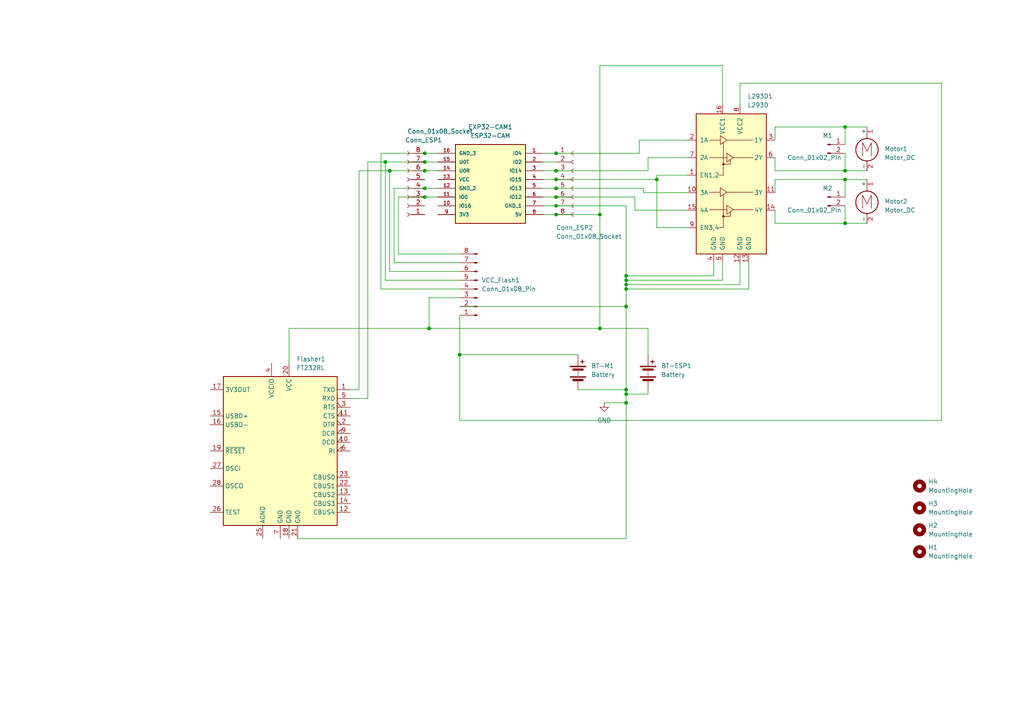
<source format=kicad_sch>
(kicad_sch (version 20230121) (generator eeschema)
  (paper "A4")
  (lib_symbols
    (symbol "Connector:Conn_01x02_Pin" (pin_names (offset 1.016) hide)
      (property "Reference" "J" (at 0 2.54 0))
      (property "Value" "Conn_01x02_Pin" (at 0 -5.08 0))
      (symbol "Conn_01x02_Pin_1_1"
        (polyline (pts (xy 1.27 -2.54) (xy 0.8636 -2.54)) (stroke (width 0.1524)))
        (polyline (pts (xy 1.27 0) (xy 0.8636 0)) (stroke (width 0.1524)))
        (rectangle (start 0.8636 -2.413) (end 0 -2.667) (stroke (width 0.1524)) (fill (type outline)))
        (rectangle (start 0.8636 0.127) (end 0 -0.127) (stroke (width 0.1524)) (fill (type outline)))
        (pin passive line (at 5.08 0 180) (length 3.81) (name "Pin_1") (number "1"))
        (pin passive line (at 5.08 -2.54 180) (length 3.81) (name "Pin_2") (number "2"))
      )
    )
    (symbol "Connector:Conn_01x08_Pin" (pin_names (offset 1.016) hide)
      (property "Reference" "J" (at 0 10.16 0))
      (property "Value" "Conn_01x08_Pin" (at 0 -12.7 0))
      (symbol "Conn_01x08_Pin_1_1"
        (polyline (pts (xy 1.27 -10.16) (xy 0.8636 -10.16)) (stroke (width 0.1524)))
        (polyline (pts (xy 1.27 -7.62) (xy 0.8636 -7.62)) (stroke (width 0.1524)))
        (polyline (pts (xy 1.27 -5.08) (xy 0.8636 -5.08)) (stroke (width 0.1524)))
        (polyline (pts (xy 1.27 -2.54) (xy 0.8636 -2.54)) (stroke (width 0.1524)))
        (polyline (pts (xy 1.27 0) (xy 0.8636 0)) (stroke (width 0.1524)))
        (polyline (pts (xy 1.27 2.54) (xy 0.8636 2.54)) (stroke (width 0.1524)))
        (polyline (pts (xy 1.27 5.08) (xy 0.8636 5.08)) (stroke (width 0.1524)))
        (polyline (pts (xy 1.27 7.62) (xy 0.8636 7.62)) (stroke (width 0.1524)))
        (rectangle (start 0.8636 -10.033) (end 0 -10.287) (stroke (width 0.1524)) (fill (type outline)))
        (rectangle (start 0.8636 -7.493) (end 0 -7.747) (stroke (width 0.1524)) (fill (type outline)))
        (rectangle (start 0.8636 -4.953) (end 0 -5.207) (stroke (width 0.1524)) (fill (type outline)))
        (rectangle (start 0.8636 -2.413) (end 0 -2.667) (stroke (width 0.1524)) (fill (type outline)))
        (rectangle (start 0.8636 0.127) (end 0 -0.127) (stroke (width 0.1524)) (fill (type outline)))
        (rectangle (start 0.8636 2.667) (end 0 2.413) (stroke (width 0.1524)) (fill (type outline)))
        (rectangle (start 0.8636 5.207) (end 0 4.953) (stroke (width 0.1524)) (fill (type outline)))
        (rectangle (start 0.8636 7.747) (end 0 7.493) (stroke (width 0.1524)) (fill (type outline)))
        (pin passive line (at 5.08 7.62 180) (length 3.81) (name "Pin_1") (number "1"))
        (pin passive line (at 5.08 5.08 180) (length 3.81) (name "Pin_2") (number "2"))
        (pin passive line (at 5.08 2.54 180) (length 3.81) (name "Pin_3") (number "3"))
        (pin passive line (at 5.08 0 180) (length 3.81) (name "Pin_4") (number "4"))
        (pin passive line (at 5.08 -2.54 180) (length 3.81) (name "Pin_5") (number "5"))
        (pin passive line (at 5.08 -5.08 180) (length 3.81) (name "Pin_6") (number "6"))
        (pin passive line (at 5.08 -7.62 180) (length 3.81) (name "Pin_7") (number "7"))
        (pin passive line (at 5.08 -10.16 180) (length 3.81) (name "Pin_8") (number "8"))
      )
    )
    (symbol "Connector:Conn_01x08_Socket" (pin_names (offset 1.016) hide)
      (property "Reference" "J" (at 0 10.16 0))
      (property "Value" "Conn_01x08_Socket" (at 0 -12.7 0))
      (symbol "Conn_01x08_Socket_1_1"
        (arc (start 0 -9.652) (mid -0.5058 -10.16) (end 0 -10.668) (stroke (width 0.1524)))
        (arc (start 0 -7.112) (mid -0.5058 -7.62) (end 0 -8.128) (stroke (width 0.1524)))
        (arc (start 0 -4.572) (mid -0.5058 -5.08) (end 0 -5.588) (stroke (width 0.1524)))
        (arc (start 0 -2.032) (mid -0.5058 -2.54) (end 0 -3.048) (stroke (width 0.1524)))
        (polyline (pts (xy -1.27 -10.16) (xy -0.508 -10.16)) (stroke (width 0.1524)))
        (polyline (pts (xy -1.27 -7.62) (xy -0.508 -7.62)) (stroke (width 0.1524)))
        (polyline (pts (xy -1.27 -5.08) (xy -0.508 -5.08)) (stroke (width 0.1524)))
        (polyline (pts (xy -1.27 -2.54) (xy -0.508 -2.54)) (stroke (width 0.1524)))
        (polyline (pts (xy -1.27 0) (xy -0.508 0)) (stroke (width 0.1524)))
        (polyline (pts (xy -1.27 2.54) (xy -0.508 2.54)) (stroke (width 0.1524)))
        (polyline (pts (xy -1.27 5.08) (xy -0.508 5.08)) (stroke (width 0.1524)))
        (polyline (pts (xy -1.27 7.62) (xy -0.508 7.62)) (stroke (width 0.1524)))
        (arc (start 0 0.508) (mid -0.5058 0) (end 0 -0.508) (stroke (width 0.1524)))
        (arc (start 0 3.048) (mid -0.5058 2.54) (end 0 2.032) (stroke (width 0.1524)))
        (arc (start 0 5.588) (mid -0.5058 5.08) (end 0 4.572) (stroke (width 0.1524)))
        (arc (start 0 8.128) (mid -0.5058 7.62) (end 0 7.112) (stroke (width 0.1524)))
        (pin passive line (at -5.08 7.62 0) (length 3.81) (name "Pin_1") (number "1"))
        (pin passive line (at -5.08 5.08 0) (length 3.81) (name "Pin_2") (number "2"))
        (pin passive line (at -5.08 2.54 0) (length 3.81) (name "Pin_3") (number "3"))
        (pin passive line (at -5.08 0 0) (length 3.81) (name "Pin_4") (number "4"))
        (pin passive line (at -5.08 -2.54 0) (length 3.81) (name "Pin_5") (number "5"))
        (pin passive line (at -5.08 -5.08 0) (length 3.81) (name "Pin_6") (number "6"))
        (pin passive line (at -5.08 -7.62 0) (length 3.81) (name "Pin_7") (number "7"))
        (pin passive line (at -5.08 -10.16 0) (length 3.81) (name "Pin_8") (number "8"))
      )
    )
    (symbol "Device:Battery" (pin_numbers hide) (pin_names (offset 0) hide)
      (property "Reference" "BT" (at 2.54 2.54 0))
      (property "Value" "Battery" (at 2.54 0 0))
      (symbol "Battery_0_1"
        (rectangle (start -2.286 -1.27) (end 2.286 -1.524) (fill (type outline)))
        (rectangle (start -2.286 1.778) (end 2.286 1.524) (fill (type outline)))
        (rectangle (start -1.524 -2.032) (end 1.524 -2.54) (fill (type outline)))
        (rectangle (start -1.524 1.016) (end 1.524 0.508) (fill (type outline)))
        (polyline (pts (xy 0 -1.016) (xy 0 -0.762)))
        (polyline (pts (xy 0 -0.508) (xy 0 -0.254)))
        (polyline (pts (xy 0 0) (xy 0 0.254)))
        (polyline (pts (xy 0 1.778) (xy 0 2.54)))
        (polyline (pts (xy 0.762 3.048) (xy 1.778 3.048)) (stroke (width 0.254)))
        (polyline (pts (xy 1.27 3.556) (xy 1.27 2.54)) (stroke (width 0.254)))
      )
      (symbol "Battery_1_1"
        (pin passive line (at 0 5.08 270) (length 2.54) (name "+") (number "1"))
        (pin passive line (at 0 -5.08 90) (length 2.54) (name "-") (number "2"))
      )
    )
    (symbol "Driver_Motor:L293D" (pin_names (offset 1.016))
      (property "Reference" "U" (at -5.08 26.035 0))
      (property "Value" "L293D" (at -5.08 24.13 0))
      (symbol "L293D_0_1"
        (rectangle (start -10.16 22.86) (end 10.16 -17.78) (stroke (width 0.254)) (fill (type background)))
        (circle (center -2.286 -6.858) (radius 0.254) (fill (type outline)))
        (circle (center -2.286 8.255) (radius 0.254) (fill (type outline)))
        (polyline (pts (xy -6.35 -4.953) (xy -1.27 -4.953)))
        (polyline (pts (xy -6.35 0.127) (xy -3.175 0.127)))
        (polyline (pts (xy -6.35 10.16) (xy -1.27 10.16)))
        (polyline (pts (xy -6.35 15.24) (xy -3.175 15.24)))
        (polyline (pts (xy -1.27 0.127) (xy 6.35 0.127)))
        (polyline (pts (xy -1.27 15.24) (xy 6.35 15.24)))
        (polyline (pts (xy 0.635 -4.953) (xy 6.35 -4.953)))
        (polyline (pts (xy 0.635 10.16) (xy 6.35 10.16)))
        (polyline (pts (xy -2.286 -6.858) (xy -0.254 -6.858) (xy -0.254 -5.588)))
        (polyline (pts (xy -2.286 -0.635) (xy -2.286 -10.16) (xy -3.556 -10.16)))
        (polyline (pts (xy -2.286 8.255) (xy -0.254 8.255) (xy -0.254 9.525)))
        (polyline (pts (xy -2.286 14.478) (xy -2.286 5.08) (xy -3.556 5.08)))
        (polyline (pts (xy -3.175 1.397) (xy -3.175 -1.143) (xy -1.27 0.127) (xy -3.175 1.397)))
        (polyline (pts (xy -3.175 16.51) (xy -3.175 13.97) (xy -1.27 15.24) (xy -3.175 16.51)))
        (polyline (pts (xy -1.27 -3.683) (xy -1.27 -6.223) (xy 0.635 -4.953) (xy -1.27 -3.683)))
        (polyline (pts (xy -1.27 11.43) (xy -1.27 8.89) (xy 0.635 10.16) (xy -1.27 11.43)))
      )
      (symbol "L293D_1_1"
        (pin input line (at -12.7 5.08 0) (length 2.54) (name "EN1,2") (number "1"))
        (pin input line (at -12.7 0 0) (length 2.54) (name "3A") (number "10"))
        (pin output line (at 12.7 0 180) (length 2.54) (name "3Y") (number "11"))
        (pin power_in line (at 2.54 -20.32 90) (length 2.54) (name "GND") (number "12"))
        (pin power_in line (at 5.08 -20.32 90) (length 2.54) (name "GND") (number "13"))
        (pin output line (at 12.7 -5.08 180) (length 2.54) (name "4Y") (number "14"))
        (pin input line (at -12.7 -5.08 0) (length 2.54) (name "4A") (number "15"))
        (pin power_in line (at -2.54 25.4 270) (length 2.54) (name "VCC1") (number "16"))
        (pin input line (at -12.7 15.24 0) (length 2.54) (name "1A") (number "2"))
        (pin output line (at 12.7 15.24 180) (length 2.54) (name "1Y") (number "3"))
        (pin power_in line (at -5.08 -20.32 90) (length 2.54) (name "GND") (number "4"))
        (pin power_in line (at -2.54 -20.32 90) (length 2.54) (name "GND") (number "5"))
        (pin output line (at 12.7 10.16 180) (length 2.54) (name "2Y") (number "6"))
        (pin input line (at -12.7 10.16 0) (length 2.54) (name "2A") (number "7"))
        (pin power_in line (at 2.54 25.4 270) (length 2.54) (name "VCC2") (number "8"))
        (pin input line (at -12.7 -10.16 0) (length 2.54) (name "EN3,4") (number "9"))
      )
    )
    (symbol "Interface_USB:FT232RL"
      (property "Reference" "U" (at -16.51 22.86 0))
      (property "Value" "FT232RL" (at 10.16 22.86 0))
      (symbol "FT232RL_0_1"
        (rectangle (start -16.51 21.59) (end 16.51 -21.59) (stroke (width 0.254)) (fill (type background)))
      )
      (symbol "FT232RL_1_1"
        (pin output line (at 20.32 17.78 180) (length 3.81) (name "TXD") (number "1"))
        (pin input input_low (at 20.32 2.54 180) (length 3.81) (name "DCD") (number "10"))
        (pin input input_low (at 20.32 10.16 180) (length 3.81) (name "CTS") (number "11"))
        (pin bidirectional line (at 20.32 -17.78 180) (length 3.81) (name "CBUS4") (number "12"))
        (pin bidirectional line (at 20.32 -12.7 180) (length 3.81) (name "CBUS2") (number "13"))
        (pin bidirectional line (at 20.32 -15.24 180) (length 3.81) (name "CBUS3") (number "14"))
        (pin bidirectional line (at -20.32 10.16 0) (length 3.81) (name "USBD+") (number "15"))
        (pin bidirectional line (at -20.32 7.62 0) (length 3.81) (name "USBD-") (number "16"))
        (pin power_out line (at -20.32 17.78 0) (length 3.81) (name "3V3OUT") (number "17"))
        (pin power_in line (at 2.54 -25.4 90) (length 3.81) (name "GND") (number "18"))
        (pin input line (at -20.32 0 0) (length 3.81) (name "~{RESET}") (number "19"))
        (pin output output_low (at 20.32 7.62 180) (length 3.81) (name "DTR") (number "2"))
        (pin power_in line (at 2.54 25.4 270) (length 3.81) (name "VCC") (number "20"))
        (pin power_in line (at 5.08 -25.4 90) (length 3.81) (name "GND") (number "21"))
        (pin bidirectional line (at 20.32 -10.16 180) (length 3.81) (name "CBUS1") (number "22"))
        (pin bidirectional line (at 20.32 -7.62 180) (length 3.81) (name "CBUS0") (number "23"))
        (pin power_in line (at -5.08 -25.4 90) (length 3.81) (name "AGND") (number "25"))
        (pin input line (at -20.32 -17.78 0) (length 3.81) (name "TEST") (number "26"))
        (pin input line (at -20.32 -5.08 0) (length 3.81) (name "OSCI") (number "27"))
        (pin output line (at -20.32 -10.16 0) (length 3.81) (name "OSCO") (number "28"))
        (pin output output_low (at 20.32 12.7 180) (length 3.81) (name "RTS") (number "3"))
        (pin power_in line (at -2.54 25.4 270) (length 3.81) (name "VCCIO") (number "4"))
        (pin input line (at 20.32 15.24 180) (length 3.81) (name "RXD") (number "5"))
        (pin input input_low (at 20.32 0 180) (length 3.81) (name "RI") (number "6"))
        (pin power_in line (at 0 -25.4 90) (length 3.81) (name "GND") (number "7"))
        (pin input input_low (at 20.32 5.08 180) (length 3.81) (name "DCR") (number "9"))
      )
    )
    (symbol "Mechanical:MountingHole" (pin_names (offset 1.016))
      (property "Reference" "H" (at 0 5.08 0))
      (property "Value" "MountingHole" (at 0 3.175 0))
      (symbol "MountingHole_0_1"
        (circle (center 0 0) (radius 1.27) (stroke (width 1.27)))
      )
    )
    (symbol "Motor:Motor_DC" (pin_names (offset 0))
      (property "Reference" "M" (at 2.54 2.54 0))
      (property "Value" "Motor_DC" (at 2.54 -5.08 0))
      (symbol "Motor_DC_0_0"
        (polyline (pts (xy -1.27 -3.302) (xy -1.27 0.508) (xy 0 -2.032) (xy 1.27 0.508) (xy 1.27 -3.302)))
      )
      (symbol "Motor_DC_0_1"
        (circle (center 0 -1.524) (radius 3.2512) (stroke (width 0.254)))
        (polyline (pts (xy 0 -7.62) (xy 0 -7.112)))
        (polyline (pts (xy 0 -4.7752) (xy 0 -5.1816)))
        (polyline (pts (xy 0 1.7272) (xy 0 2.0828)))
        (polyline (pts (xy 0 2.032) (xy 0 2.54)))
      )
      (symbol "Motor_DC_1_1"
        (pin passive line (at 0 5.08 270) (length 2.54) (name "+") (number "1"))
        (pin passive line (at 0 -7.62 90) (length 2.54) (name "-") (number "2"))
      )
    )
    (symbol "esp32-cam:ESP32-CAM" (pin_names (offset 1.016))
      (property "Reference" "U" (at 26.67 7.62 0))
      (property "Value" "ESP32-CAM" (at 26.67 5.08 0))
      (symbol "ESP32-CAM_0_0"
        (rectangle (start 5.08 -20.32) (end 25.4 2.54) (stroke (width 0.254)) (fill (type background)))
        (pin bidirectional line (at 0 -17.78 0) (length 5.08) (name "IO4") (number "1"))
        (pin bidirectional line (at 30.48 -2.54 180) (length 5.08) (name "IO16") (number "10"))
        (pin bidirectional line (at 30.48 -5.08 180) (length 5.08) (name "IO0") (number "11"))
        (pin bidirectional line (at 30.48 -7.62 180) (length 5.08) (name "GND_2") (number "12"))
        (pin bidirectional line (at 30.48 -10.16 180) (length 5.08) (name "VCC") (number "13"))
        (pin bidirectional line (at 30.48 -12.7 180) (length 5.08) (name "U0R") (number "14"))
        (pin bidirectional line (at 30.48 -15.24 180) (length 5.08) (name "U0T") (number "15"))
        (pin bidirectional line (at 30.48 -17.78 180) (length 5.08) (name "GND_3") (number "16"))
        (pin bidirectional line (at 0 -15.24 0) (length 5.08) (name "IO2") (number "2"))
        (pin bidirectional line (at 0 -12.7 0) (length 5.08) (name "IO14") (number "3"))
        (pin bidirectional line (at 0 -10.16 0) (length 5.08) (name "IO15") (number "4"))
        (pin bidirectional line (at 0 -7.62 0) (length 5.08) (name "IO13") (number "5"))
        (pin bidirectional line (at 0 -5.08 0) (length 5.08) (name "IO12") (number "6"))
        (pin bidirectional line (at 0 -2.54 0) (length 5.08) (name "GND_1") (number "7"))
        (pin bidirectional line (at 0 0 0) (length 5.08) (name "5V") (number "8"))
        (pin bidirectional line (at 30.48 0 180) (length 5.08) (name "3V3") (number "9"))
      )
    )
    (symbol "power:GND" (power) (pin_names (offset 0))
      (property "Value" "GND" (at 0 -3.81 0))
      (symbol "GND_0_1"
        (polyline (pts (xy 0 0) (xy 0 -1.27) (xy 1.27 -1.27) (xy 0 -2.54) (xy -1.27 -1.27) (xy 0 -1.27)))
      )
      (symbol "GND_1_1"
        (pin power_in line (at 0 0 270) (length 0) hide (name "GND") (number "1"))
      )
    )
  )
  (junction (at 161.29 62.23))
  (junction (at 133.35 102.87))
  (junction (at 161.29 52.07))
  (junction (at 123.19 49.53))
  (junction (at 161.29 59.69))
  (junction (at 161.29 57.15))
  (junction (at 173.99 62.23))
  (junction (at 181.61 81.28))
  (junction (at 123.19 44.45))
  (junction (at 123.19 54.61))
  (junction (at 181.61 113.03))
  (junction (at 111.76 46.99))
  (junction (at 161.29 44.45))
  (junction (at 181.61 83.82))
  (junction (at 124.46 95.25))
  (junction (at 245.11 49.53))
  (junction (at 181.61 82.55))
  (junction (at 173.99 95.25))
  (junction (at 181.61 88.9))
  (junction (at 245.11 64.77))
  (junction (at 181.61 116.84))
  (junction (at 181.61 80.01))
  (junction (at 245.11 36.83))
  (junction (at 161.29 54.61))
  (junction (at 245.11 52.07))
  (junction (at 161.29 49.53))
  (junction (at 181.61 114.3))
  (junction (at 113.03 49.53))
  (junction (at 123.19 46.99))
  (junction (at 190.5 52.07))
  (junction (at 123.19 57.15))
  (wire (pts (xy 181.61 113.03) (xy 181.61 114.3)))
  (wire (pts (xy 185.42 40.64) (xy 199.39 40.64)))
  (wire (pts (xy 181.61 88.9) (xy 181.61 113.03)))
  (wire (pts (xy 161.29 54.61) (xy 186.69 54.61)))
  (wire (pts (xy 115.57 57.15) (xy 123.19 57.15)))
  (wire (pts (xy 245.11 49.53) (xy 251.46 49.53)))
  (wire (pts (xy 161.29 62.23) (xy 173.99 62.23)))
  (wire (pts (xy 181.61 82.55) (xy 181.61 83.82)))
  (wire (pts (xy 224.79 49.53) (xy 245.11 49.53)))
  (wire (pts (xy 157.48 57.15) (xy 161.29 57.15)))
  (wire (pts (xy 157.48 54.61) (xy 161.29 54.61)))
  (wire (pts (xy 157.48 44.45) (xy 161.29 44.45)))
  (wire (pts (xy 187.96 95.25) (xy 173.99 95.25)))
  (wire (pts (xy 111.76 81.28) (xy 111.76 46.99)))
  (wire (pts (xy 187.96 95.25) (xy 187.96 102.87)))
  (wire (pts (xy 224.79 52.07) (xy 245.11 52.07)))
  (wire (pts (xy 190.5 66.04) (xy 190.5 52.07)))
  (wire (pts (xy 123.19 54.61) (xy 127 54.61)))
  (wire (pts (xy 214.63 76.2) (xy 214.63 82.55)))
  (wire (pts (xy 123.19 44.45) (xy 127 44.45)))
  (wire (pts (xy 161.29 57.15) (xy 184.15 57.15)))
  (wire (pts (xy 111.76 46.99) (xy 123.19 46.99)))
  (wire (pts (xy 209.55 81.28) (xy 181.61 81.28)))
  (wire (pts (xy 133.35 86.36) (xy 124.46 86.36)))
  (wire (pts (xy 245.11 52.07) (xy 251.46 52.07)))
  (wire (pts (xy 245.11 64.77) (xy 251.46 64.77)))
  (wire (pts (xy 110.49 44.45) (xy 123.19 44.45)))
  (wire (pts (xy 190.5 50.8) (xy 199.39 50.8)))
  (wire (pts (xy 83.82 105.41) (xy 83.82 95.25)))
  (wire (pts (xy 245.11 36.83) (xy 251.46 36.83)))
  (wire (pts (xy 187.96 45.72) (xy 199.39 45.72)))
  (wire (pts (xy 133.35 88.9) (xy 181.61 88.9)))
  (wire (pts (xy 273.05 24.13) (xy 273.05 121.92)))
  (wire (pts (xy 113.03 49.53) (xy 123.19 49.53)))
  (wire (pts (xy 245.11 52.07) (xy 245.11 57.15)))
  (wire (pts (xy 209.55 30.48) (xy 209.55 19.05)))
  (wire (pts (xy 224.79 64.77) (xy 245.11 64.77)))
  (wire (pts (xy 181.61 80.01) (xy 181.61 81.28)))
  (wire (pts (xy 123.19 46.99) (xy 127 46.99)))
  (wire (pts (xy 161.29 59.69) (xy 181.61 59.69)))
  (wire (pts (xy 167.64 113.03) (xy 181.61 113.03)))
  (wire (pts (xy 224.79 36.83) (xy 245.11 36.83)))
  (wire (pts (xy 173.99 19.05) (xy 173.99 62.23)))
  (wire (pts (xy 161.29 52.07) (xy 190.5 52.07)))
  (wire (pts (xy 104.14 49.53) (xy 113.03 49.53)))
  (wire (pts (xy 133.35 81.28) (xy 111.76 81.28)))
  (wire (pts (xy 187.96 49.53) (xy 161.29 49.53)))
  (wire (pts (xy 106.68 115.57) (xy 106.68 46.99)))
  (wire (pts (xy 157.48 62.23) (xy 161.29 62.23)))
  (wire (pts (xy 101.6 115.57) (xy 106.68 115.57)))
  (wire (pts (xy 186.69 54.61) (xy 186.69 55.88)))
  (wire (pts (xy 114.3 54.61) (xy 123.19 54.61)))
  (wire (pts (xy 157.48 52.07) (xy 161.29 52.07)))
  (wire (pts (xy 133.35 102.87) (xy 133.35 121.92)))
  (wire (pts (xy 217.17 76.2) (xy 217.17 83.82)))
  (wire (pts (xy 133.35 121.92) (xy 273.05 121.92)))
  (wire (pts (xy 157.48 49.53) (xy 161.29 49.53)))
  (wire (pts (xy 224.79 60.96) (xy 224.79 64.77)))
  (wire (pts (xy 115.57 73.66) (xy 115.57 57.15)))
  (wire (pts (xy 83.82 95.25) (xy 124.46 95.25)))
  (wire (pts (xy 214.63 24.13) (xy 273.05 24.13)))
  (wire (pts (xy 133.35 91.44) (xy 133.35 102.87)))
  (wire (pts (xy 207.01 76.2) (xy 207.01 80.01)))
  (wire (pts (xy 133.35 102.87) (xy 167.64 102.87)))
  (wire (pts (xy 224.79 40.64) (xy 224.79 36.83)))
  (wire (pts (xy 207.01 80.01) (xy 181.61 80.01)))
  (wire (pts (xy 209.55 76.2) (xy 209.55 81.28)))
  (wire (pts (xy 133.35 83.82) (xy 110.49 83.82)))
  (wire (pts (xy 181.61 81.28) (xy 181.61 82.55)))
  (wire (pts (xy 106.68 46.99) (xy 111.76 46.99)))
  (wire (pts (xy 184.15 57.15) (xy 184.15 60.96)))
  (wire (pts (xy 123.19 49.53) (xy 127 49.53)))
  (wire (pts (xy 181.61 83.82) (xy 181.61 88.9)))
  (wire (pts (xy 181.61 116.84) (xy 181.61 156.21)))
  (wire (pts (xy 104.14 113.03) (xy 104.14 49.53)))
  (wire (pts (xy 86.36 156.21) (xy 181.61 156.21)))
  (wire (pts (xy 133.35 73.66) (xy 115.57 73.66)))
  (wire (pts (xy 185.42 40.64) (xy 185.42 44.45)))
  (wire (pts (xy 187.96 114.3) (xy 181.61 114.3)))
  (wire (pts (xy 173.99 19.05) (xy 209.55 19.05)))
  (wire (pts (xy 124.46 86.36) (xy 124.46 95.25)))
  (wire (pts (xy 123.19 57.15) (xy 127 57.15)))
  (wire (pts (xy 133.35 78.74) (xy 113.03 78.74)))
  (wire (pts (xy 245.11 36.83) (xy 245.11 41.91)))
  (wire (pts (xy 245.11 59.69) (xy 245.11 64.77)))
  (wire (pts (xy 187.96 114.3) (xy 187.96 113.03)))
  (wire (pts (xy 157.48 59.69) (xy 161.29 59.69)))
  (wire (pts (xy 101.6 113.03) (xy 104.14 113.03)))
  (wire (pts (xy 190.5 52.07) (xy 190.5 50.8)))
  (wire (pts (xy 187.96 45.72) (xy 187.96 49.53)))
  (wire (pts (xy 217.17 83.82) (xy 181.61 83.82)))
  (wire (pts (xy 224.79 55.88) (xy 224.79 52.07)))
  (wire (pts (xy 114.3 76.2) (xy 114.3 54.61)))
  (wire (pts (xy 133.35 76.2) (xy 114.3 76.2)))
  (wire (pts (xy 186.69 55.88) (xy 199.39 55.88)))
  (wire (pts (xy 124.46 95.25) (xy 173.99 95.25)))
  (wire (pts (xy 245.11 44.45) (xy 245.11 49.53)))
  (wire (pts (xy 173.99 62.23) (xy 173.99 95.25)))
  (wire (pts (xy 184.15 60.96) (xy 199.39 60.96)))
  (wire (pts (xy 181.61 59.69) (xy 181.61 80.01)))
  (wire (pts (xy 113.03 78.74) (xy 113.03 49.53)))
  (wire (pts (xy 224.79 45.72) (xy 224.79 49.53)))
  (wire (pts (xy 214.63 30.48) (xy 214.63 24.13)))
  (wire (pts (xy 199.39 66.04) (xy 190.5 66.04)))
  (wire (pts (xy 175.26 116.84) (xy 181.61 116.84)))
  (wire (pts (xy 110.49 83.82) (xy 110.49 44.45)))
  (wire (pts (xy 161.29 44.45) (xy 185.42 44.45)))
  (wire (pts (xy 157.48 46.99) (xy 161.29 46.99)))
  (wire (pts (xy 181.61 114.3) (xy 181.61 116.84)))
  (wire (pts (xy 214.63 82.55) (xy 181.61 82.55)))
  (symbol (lib_id "power:GND") (at 175.26 116.84 0) (unit 1)
    (property "Reference" "#PWR01" (effects hide))
    (property "Value" "GND" (at 175.26 121.92 0))
  )
  (symbol (lib_id "Connector:Conn_01x02_Pin") (at 240.03 57.15 0) (unit 1)
    (property "Reference" "M2" (at 240.03 54.61 0))
    (property "Value" "Conn_01x02_Pin" (at 236.22 60.96 0))
    (property "Footprint" "Connector_PinHeader_2.54mm:PinHeader_1x02_P2.54mm_Vertical" (effects hide))
  )
  (symbol (lib_id "Motor:Motor_DC") (at 251.46 57.15 0) (unit 1)
    (property "Reference" "Motor2" (at 256.54 58.42 0) (effects (justify left)))
    (property "Value" "Motor_DC" (at 256.54 60.96 0) (effects (justify left)))
  )
  (symbol (lib_id "Motor:Motor_DC") (at 251.46 41.91 0) (unit 1)
    (property "Reference" "Motor1" (at 256.54 43.18 0) (effects (justify left)))
    (property "Value" "Motor_DC" (at 256.54 45.72 0) (effects (justify left)))
  )
  (symbol (lib_id "Driver_Motor:L293D") (at 212.09 55.88 0) (unit 1)
    (property "Reference" "L293D1" (at 216.8241 27.94 0) (effects (justify left)))
    (property "Value" "L293D" (at 216.8241 30.48 0) (effects (justify left)))
    (property "Footprint" "Package_DIP:DIP-16_W7.62mm" (effects hide))
    (property "Datasheet" "http://www.ti.com/lit/ds/symlink/l293.pdf" (effects hide))
  )
  (symbol (lib_id "Connector:Conn_01x08_Socket") (at 118.11 54.61 180) (unit 1)
    (property "Reference" "Conn_ESP1" (at 128.27 40.64 0) (effects (justify left)))
    (property "Value" "Conn_01x08_Socket" (at 137.16 38.1 0) (effects (justify left)))
    (property "Footprint" "Connector_PinSocket_2.54mm:PinSocket_1x08_P2.54mm_Vertical" (effects hide))
  )
  (symbol (lib_id "Device:Battery") (at 167.64 107.95 0) (unit 1)
    (property "Reference" "BT-M1" (at 171.45 106.1085 0) (effects (justify left)))
    (property "Value" "Battery" (at 171.45 108.6485 0) (effects (justify left)))
  )
  (symbol (lib_id "Interface_USB:FT232RL") (at 81.28 130.81 0) (unit 1)
    (property "Reference" "Flasher1" (at 86.0141 104.14 0) (effects (justify left)))
    (property "Value" "FT232RL" (at 86.0141 106.68 0) (effects (justify left)))
    (property "Footprint" "Package_SO:SSOP-28_5.3x10.2mm_P0.65mm" (effects hide))
    (property "Datasheet" "https://www.ftdichip.com/Support/Documents/DataSheets/ICs/DS_FT232R.pdf" (effects hide))
  )
  (symbol (lib_id "Mechanical:MountingHole") (at 266.7 160.02 0) (unit 1)
    (property "Reference" "H1" (at 269.24 158.75 0) (effects (justify left)))
    (property "Value" "MountingHole" (at 269.24 161.29 0) (effects (justify left)))
    (property "Footprint" "MountingHole:MountingHole_3.2mm_M3" (effects hide))
  )
  (symbol (lib_id "Mechanical:MountingHole") (at 266.7 147.32 0) (unit 1)
    (property "Reference" "H3" (at 269.24 146.05 0) (effects (justify left)))
    (property "Value" "MountingHole" (at 269.24 148.59 0) (effects (justify left)))
    (property "Footprint" "MountingHole:MountingHole_3.2mm_M3" (effects hide))
  )
  (symbol (lib_id "Device:Battery") (at 187.96 107.95 0) (unit 1)
    (property "Reference" "BT-ESP1" (at 191.77 106.1085 0) (effects (justify left)))
    (property "Value" "Battery" (at 191.77 108.6485 0) (effects (justify left)))
  )
  (symbol (lib_id "Connector:Conn_01x08_Pin") (at 138.43 83.82 180) (unit 1)
    (property "Reference" "VCC_Flash1" (at 139.7 81.28 0) (effects (justify right)))
    (property "Value" "Conn_01x08_Pin" (at 139.7 83.82 0) (effects (justify right)))
    (property "Footprint" "Connector_PinHeader_2.54mm:PinHeader_1x08_P2.54mm_Vertical" (effects hide))
  )
  (symbol (lib_id "Mechanical:MountingHole") (at 266.7 153.67 0) (unit 1)
    (property "Reference" "H2" (at 269.24 152.4 0) (effects (justify left)))
    (property "Value" "MountingHole" (at 269.24 154.94 0) (effects (justify left)))
    (property "Footprint" "MountingHole:MountingHole_3.2mm_M3" (effects hide))
  )
  (symbol (lib_id "esp32-cam:ESP32-CAM") (at 157.48 62.23 180) (unit 1)
    (property "Reference" "EXP32-CAM1" (at 142.24 36.83 0))
    (property "Value" "ESP32-CAM" (at 142.24 39.37 0))
    (property "Footprint" "ESP32-CAM:ESP32-CAM" (effects hide))
    (property "MANUFACTURER_NAME" "Ai-Thinker" (effects hide))
    (property "DESCRIPTION" "Modules PCBA Module RoHS" (effects hide))
    (property "HEIGHT" "5mm" (effects hide))
    (property "MANUFACTURER_PART_NUMBER" "ESP32-CAM" (effects hide))
  )
  (symbol (lib_id "Mechanical:MountingHole") (at 266.7 140.97 0) (unit 1)
    (property "Reference" "H4" (at 269.24 139.7 0) (effects (justify left)))
    (property "Value" "MountingHole" (at 269.24 142.24 0) (effects (justify left)))
    (property "Footprint" "MountingHole:MountingHole_3.2mm_M3" (effects hide))
  )
  (symbol (lib_id "Connector:Conn_01x02_Pin") (at 240.03 41.91 0) (unit 1)
    (property "Reference" "M1" (at 240.03 39.37 0))
    (property "Value" "Conn_01x02_Pin" (at 236.22 45.72 0))
    (property "Footprint" "Connector_PinHeader_2.54mm:PinHeader_1x02_P2.54mm_Vertical" (effects hide))
  )
  (symbol (lib_id "Connector:Conn_01x08_Socket") (at 166.37 52.07 0) (unit 1)
    (property "Reference" "Conn_ESP2" (at 161.29 66.04 0) (effects (justify left)))
    (property "Value" "Conn_01x08_Socket" (at 161.29 68.58 0) (effects (justify left)))
    (property "Footprint" "Connector_PinSocket_2.54mm:PinSocket_1x08_P2.54mm_Vertical" (effects hide))
  )
)
</source>
